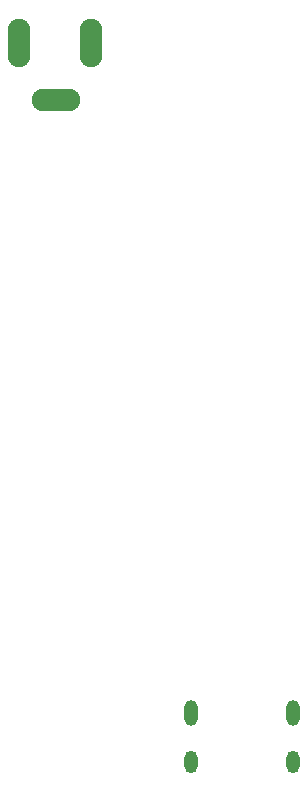
<source format=gbs>
G04 Layer: BottomSolderMaskLayer*
G04 EasyEDA Pro v2.2.40.8, 2026-02-04 13:14:46*
G04 Gerber Generator version 0.3*
G04 Scale: 100 percent, Rotated: No, Reflected: No*
G04 Dimensions in millimeters*
G04 Leading zeros omitted, absolute positions, 4 integers and 5 decimals*
G04 Generated by one-click*
%FSLAX45Y45*%
%MOMM*%
%ADD10O,1.102X1.902*%
%ADD11O,1.102X2.202*%
%ADD12O,1.902X4.10199*%
%ADD13O,4.10199X1.902*%
%ADD14C,0.2618*%
G75*


G04 Pad Start*
G54D10*
G01X18455843Y2481555D03*
G01X17591837Y2481555D03*
G54D11*
G01X18455843Y2896540D03*
G01X17591837Y2896540D03*
G54D12*
G01X16128799Y8566125D03*
G01X16738798Y8566125D03*
G54D13*
G01X16448799Y8086115D03*
G04 Pad End*

M02*


</source>
